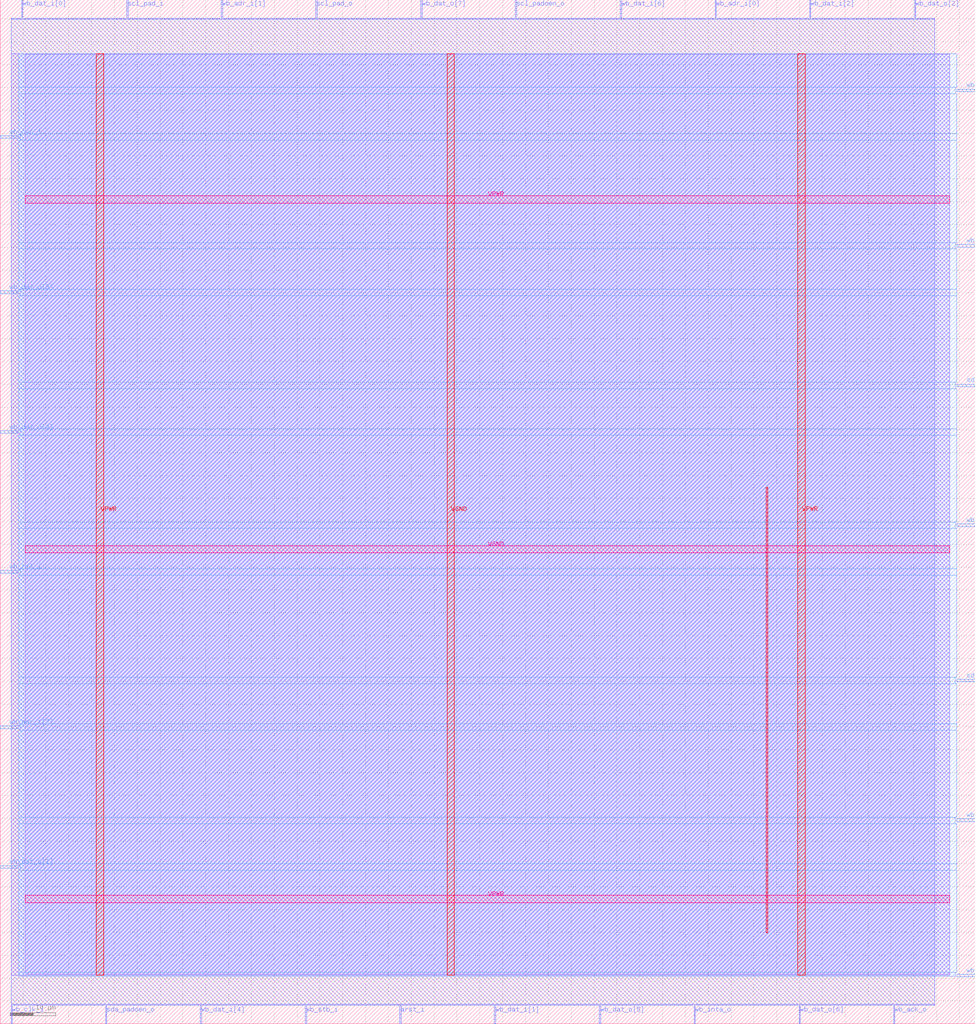
<source format=lef>
VERSION 5.7 ;
  NOWIREEXTENSIONATPIN ON ;
  DIVIDERCHAR "/" ;
  BUSBITCHARS "[]" ;
MACRO i2c_master_top
  CLASS BLOCK ;
  FOREIGN i2c_master_top ;
  ORIGIN 0.000 0.000 ;
  SIZE 213.465 BY 224.185 ;
  PIN arst_i
    DIRECTION INPUT ;
    USE SIGNAL ;
    PORT
      LAYER met2 ;
        RECT 87.490 0.000 87.770 4.000 ;
    END
  END arst_i
  PIN scl_pad_i
    DIRECTION INPUT ;
    USE SIGNAL ;
    PORT
      LAYER met2 ;
        RECT 27.690 220.185 27.970 224.185 ;
    END
  END scl_pad_i
  PIN scl_pad_o
    DIRECTION OUTPUT TRISTATE ;
    USE SIGNAL ;
    PORT
      LAYER met2 ;
        RECT 69.090 220.185 69.370 224.185 ;
    END
  END scl_pad_o
  PIN scl_padoen_o
    DIRECTION OUTPUT TRISTATE ;
    USE SIGNAL ;
    PORT
      LAYER met2 ;
        RECT 112.790 220.185 113.070 224.185 ;
    END
  END scl_padoen_o
  PIN sda_pad_i
    DIRECTION INPUT ;
    USE SIGNAL ;
    PORT
      LAYER met3 ;
        RECT 209.465 74.840 213.465 75.440 ;
    END
  END sda_pad_i
  PIN sda_pad_o
    DIRECTION OUTPUT TRISTATE ;
    USE SIGNAL ;
    PORT
      LAYER met3 ;
        RECT 209.465 139.440 213.465 140.040 ;
    END
  END sda_pad_o
  PIN sda_padoen_o
    DIRECTION OUTPUT TRISTATE ;
    USE SIGNAL ;
    PORT
      LAYER met2 ;
        RECT 23.090 0.000 23.370 4.000 ;
    END
  END sda_padoen_o
  PIN wb_ack_o
    DIRECTION OUTPUT TRISTATE ;
    USE SIGNAL ;
    PORT
      LAYER met2 ;
        RECT 195.590 0.000 195.870 4.000 ;
    END
  END wb_ack_o
  PIN wb_adr_i[0]
    DIRECTION INPUT ;
    USE SIGNAL ;
    PORT
      LAYER met2 ;
        RECT 156.490 220.185 156.770 224.185 ;
    END
  END wb_adr_i[0]
  PIN wb_adr_i[1]
    DIRECTION INPUT ;
    USE SIGNAL ;
    PORT
      LAYER met2 ;
        RECT 48.390 220.185 48.670 224.185 ;
    END
  END wb_adr_i[1]
  PIN wb_adr_i[2]
    DIRECTION INPUT ;
    USE SIGNAL ;
    PORT
      LAYER met3 ;
        RECT 0.000 64.640 4.000 65.240 ;
    END
  END wb_adr_i[2]
  PIN wb_clk_i
    DIRECTION INPUT ;
    USE SIGNAL ;
    PORT
      LAYER met2 ;
        RECT 2.390 0.000 2.670 4.000 ;
    END
  END wb_clk_i
  PIN wb_cyc_i
    DIRECTION INPUT ;
    USE SIGNAL ;
    PORT
      LAYER met3 ;
        RECT 0.000 193.840 4.000 194.440 ;
    END
  END wb_cyc_i
  PIN wb_dat_i[0]
    DIRECTION INPUT ;
    USE SIGNAL ;
    PORT
      LAYER met2 ;
        RECT 4.690 220.185 4.970 224.185 ;
    END
  END wb_dat_i[0]
  PIN wb_dat_i[1]
    DIRECTION INPUT ;
    USE SIGNAL ;
    PORT
      LAYER met2 ;
        RECT 108.190 0.000 108.470 4.000 ;
    END
  END wb_dat_i[1]
  PIN wb_dat_i[2]
    DIRECTION INPUT ;
    USE SIGNAL ;
    PORT
      LAYER met2 ;
        RECT 177.190 220.185 177.470 224.185 ;
    END
  END wb_dat_i[2]
  PIN wb_dat_i[3]
    DIRECTION INPUT ;
    USE SIGNAL ;
    PORT
      LAYER met3 ;
        RECT 209.465 170.040 213.465 170.640 ;
    END
  END wb_dat_i[3]
  PIN wb_dat_i[4]
    DIRECTION INPUT ;
    USE SIGNAL ;
    PORT
      LAYER met2 ;
        RECT 43.790 0.000 44.070 4.000 ;
    END
  END wb_dat_i[4]
  PIN wb_dat_i[5]
    DIRECTION INPUT ;
    USE SIGNAL ;
    PORT
      LAYER met3 ;
        RECT 209.465 44.240 213.465 44.840 ;
    END
  END wb_dat_i[5]
  PIN wb_dat_i[6]
    DIRECTION INPUT ;
    USE SIGNAL ;
    PORT
      LAYER met2 ;
        RECT 135.790 220.185 136.070 224.185 ;
    END
  END wb_dat_i[6]
  PIN wb_dat_i[7]
    DIRECTION INPUT ;
    USE SIGNAL ;
    PORT
      LAYER met3 ;
        RECT 209.465 108.840 213.465 109.440 ;
    END
  END wb_dat_i[7]
  PIN wb_dat_o[0]
    DIRECTION OUTPUT TRISTATE ;
    USE SIGNAL ;
    PORT
      LAYER met3 ;
        RECT 209.465 10.240 213.465 10.840 ;
    END
  END wb_dat_o[0]
  PIN wb_dat_o[1]
    DIRECTION OUTPUT TRISTATE ;
    USE SIGNAL ;
    PORT
      LAYER met3 ;
        RECT 0.000 34.040 4.000 34.640 ;
    END
  END wb_dat_o[1]
  PIN wb_dat_o[2]
    DIRECTION OUTPUT TRISTATE ;
    USE SIGNAL ;
    PORT
      LAYER met2 ;
        RECT 200.190 220.185 200.470 224.185 ;
    END
  END wb_dat_o[2]
  PIN wb_dat_o[3]
    DIRECTION OUTPUT TRISTATE ;
    USE SIGNAL ;
    PORT
      LAYER met3 ;
        RECT 0.000 159.840 4.000 160.440 ;
    END
  END wb_dat_o[3]
  PIN wb_dat_o[4]
    DIRECTION OUTPUT TRISTATE ;
    USE SIGNAL ;
    PORT
      LAYER met3 ;
        RECT 0.000 129.240 4.000 129.840 ;
    END
  END wb_dat_o[4]
  PIN wb_dat_o[5]
    DIRECTION OUTPUT TRISTATE ;
    USE SIGNAL ;
    PORT
      LAYER met2 ;
        RECT 131.190 0.000 131.470 4.000 ;
    END
  END wb_dat_o[5]
  PIN wb_dat_o[6]
    DIRECTION OUTPUT TRISTATE ;
    USE SIGNAL ;
    PORT
      LAYER met2 ;
        RECT 174.890 0.000 175.170 4.000 ;
    END
  END wb_dat_o[6]
  PIN wb_dat_o[7]
    DIRECTION OUTPUT TRISTATE ;
    USE SIGNAL ;
    PORT
      LAYER met2 ;
        RECT 92.090 220.185 92.370 224.185 ;
    END
  END wb_dat_o[7]
  PIN wb_inta_o
    DIRECTION OUTPUT TRISTATE ;
    USE SIGNAL ;
    PORT
      LAYER met2 ;
        RECT 151.890 0.000 152.170 4.000 ;
    END
  END wb_inta_o
  PIN wb_rst_i
    DIRECTION INPUT ;
    USE SIGNAL ;
    PORT
      LAYER met3 ;
        RECT 0.000 98.640 4.000 99.240 ;
    END
  END wb_rst_i
  PIN wb_stb_i
    DIRECTION INPUT ;
    USE SIGNAL ;
    PORT
      LAYER met2 ;
        RECT 66.790 0.000 67.070 4.000 ;
    END
  END wb_stb_i
  PIN wb_we_i
    DIRECTION INPUT ;
    USE SIGNAL ;
    PORT
      LAYER met3 ;
        RECT 209.465 204.040 213.465 204.640 ;
    END
  END wb_we_i
  PIN VPWR
    DIRECTION INOUT ;
    USE POWER ;
    PORT
      LAYER met4 ;
        RECT 174.640 10.640 176.240 212.400 ;
    END
  END VPWR
  PIN VPWR
    DIRECTION INOUT ;
    USE POWER ;
    PORT
      LAYER met4 ;
        RECT 21.040 10.640 22.640 212.400 ;
    END
  END VPWR
  PIN VPWR
    DIRECTION INOUT ;
    USE POWER ;
    PORT
      LAYER met5 ;
        RECT 5.520 179.670 207.920 181.270 ;
    END
  END VPWR
  PIN VPWR
    DIRECTION INOUT ;
    USE POWER ;
    PORT
      LAYER met5 ;
        RECT 5.520 26.490 207.920 28.090 ;
    END
  END VPWR
  PIN VGND
    DIRECTION INOUT ;
    USE GROUND ;
    PORT
      LAYER met4 ;
        RECT 97.840 10.640 99.440 212.400 ;
    END
  END VGND
  PIN VGND
    DIRECTION INOUT ;
    USE GROUND ;
    PORT
      LAYER met5 ;
        RECT 5.520 103.080 207.920 104.680 ;
    END
  END VGND
  OBS
      LAYER li1 ;
        RECT 5.520 10.795 207.920 212.245 ;
      LAYER met1 ;
        RECT 2.370 10.640 207.920 212.400 ;
      LAYER met2 ;
        RECT 2.400 219.905 4.410 220.185 ;
        RECT 5.250 219.905 27.410 220.185 ;
        RECT 28.250 219.905 48.110 220.185 ;
        RECT 48.950 219.905 68.810 220.185 ;
        RECT 69.650 219.905 91.810 220.185 ;
        RECT 92.650 219.905 112.510 220.185 ;
        RECT 113.350 219.905 135.510 220.185 ;
        RECT 136.350 219.905 156.210 220.185 ;
        RECT 157.050 219.905 176.910 220.185 ;
        RECT 177.750 219.905 199.910 220.185 ;
        RECT 200.750 219.905 204.610 220.185 ;
        RECT 2.400 4.280 204.610 219.905 ;
        RECT 2.950 4.000 22.810 4.280 ;
        RECT 23.650 4.000 43.510 4.280 ;
        RECT 44.350 4.000 66.510 4.280 ;
        RECT 67.350 4.000 87.210 4.280 ;
        RECT 88.050 4.000 107.910 4.280 ;
        RECT 108.750 4.000 130.910 4.280 ;
        RECT 131.750 4.000 151.610 4.280 ;
        RECT 152.450 4.000 174.610 4.280 ;
        RECT 175.450 4.000 195.310 4.280 ;
        RECT 196.150 4.000 204.610 4.280 ;
      LAYER met3 ;
        RECT 4.000 205.040 209.465 212.325 ;
        RECT 4.000 203.640 209.065 205.040 ;
        RECT 4.000 194.840 209.465 203.640 ;
        RECT 4.400 193.440 209.465 194.840 ;
        RECT 4.000 171.040 209.465 193.440 ;
        RECT 4.000 169.640 209.065 171.040 ;
        RECT 4.000 160.840 209.465 169.640 ;
        RECT 4.400 159.440 209.465 160.840 ;
        RECT 4.000 140.440 209.465 159.440 ;
        RECT 4.000 139.040 209.065 140.440 ;
        RECT 4.000 130.240 209.465 139.040 ;
        RECT 4.400 128.840 209.465 130.240 ;
        RECT 4.000 109.840 209.465 128.840 ;
        RECT 4.000 108.440 209.065 109.840 ;
        RECT 4.000 99.640 209.465 108.440 ;
        RECT 4.400 98.240 209.465 99.640 ;
        RECT 4.000 75.840 209.465 98.240 ;
        RECT 4.000 74.440 209.065 75.840 ;
        RECT 4.000 65.640 209.465 74.440 ;
        RECT 4.400 64.240 209.465 65.640 ;
        RECT 4.000 45.240 209.465 64.240 ;
        RECT 4.000 43.840 209.065 45.240 ;
        RECT 4.000 35.040 209.465 43.840 ;
        RECT 4.400 33.640 209.465 35.040 ;
        RECT 4.000 11.240 209.465 33.640 ;
        RECT 4.000 10.375 209.065 11.240 ;
      LAYER met4 ;
        RECT 167.735 19.895 168.065 117.465 ;
  END
END i2c_master_top
END LIBRARY


</source>
